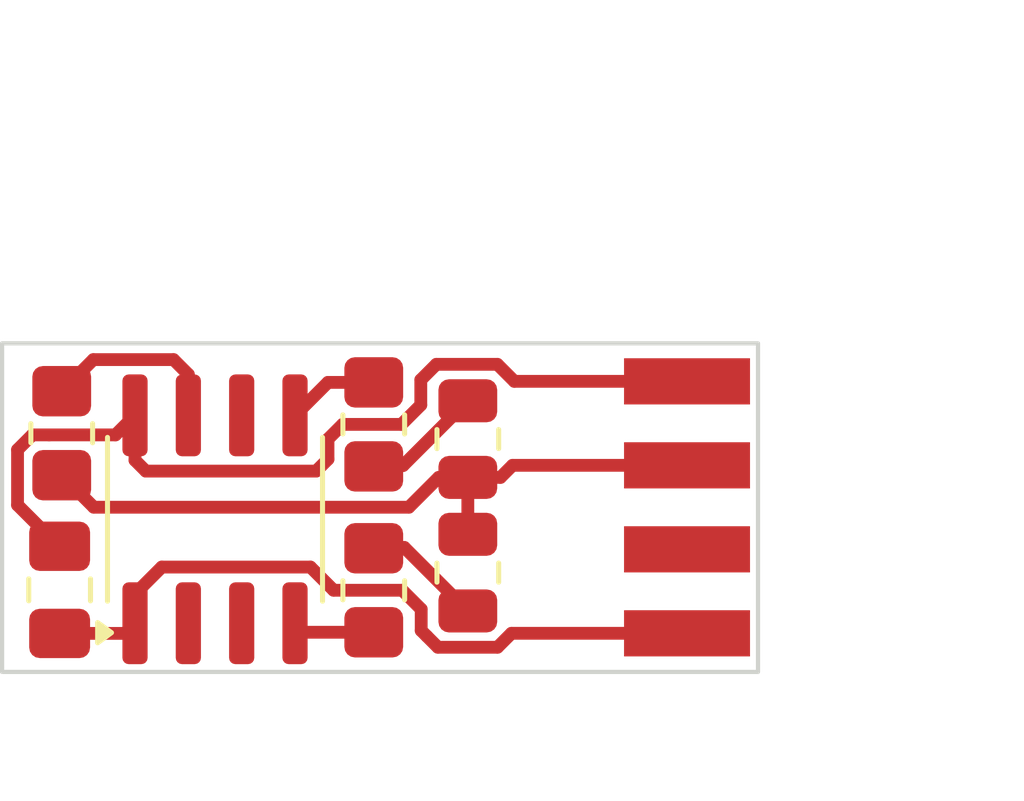
<source format=kicad_pcb>
(kicad_pcb (version 20240108) (generator "pcbnew") (generator_version "8.0")
  (layers (0 "F.Cu" signal) (31 "B.Cu" signal) (34 "B.Paste" user) (35 "F.Paste" user) (36 "B.SilkS" user "B.Silkscreen") (37 "F.SilkS" user "F.Silkscreen") (38 "B.Mask" user) (39 "F.Mask" user) (44 "Edge.Cuts" user))
  (net 0 "")
  (net 1 "GND")
  (net 2 "+2V8")
  (net 3 "Net-(R1-Pad1)")
  (net 4 "Net-(R3-Pad2)")
  (net 5 "Net-(U1-PA3)")
  (net 7 "Net-(J1-Pin_2)")
  (net 9 "Net-(U1-PA1)")
  (net 11 "Net-(U1-PA2)")
  (footprint "Sony:Connector_Sony_Remote" (layer "F.Cu") (at 121.09 73.875 -90)
    (property "Reference" "J1" (hide yes))
    (property "Value" "Conn_01x04" (hide yes))
    (pad "1" smd rect (at -2 -1.27 270) (size 1.1 3) (layers "F.Cu" "F.Mask") (net 1 "GND"))
    (pad "2" smd rect (at 0 -1.27 270) (size 1.1 3) (layers "F.Cu" "F.Mask") (net 7 "Net-(J1-Pin_2)"))
    (pad "3" smd rect (at 2 -1.27 270) (size 1.1 3) (layers "F.Cu" "F.Mask"))
    (pad "4" smd rect (at 4 -1.27 270) (size 1.1 3) (layers "F.Cu" "F.Mask") (net 2 "+2V8"))
  )
  (footprint "Resistor_SMD:R_0805_2012Metric" (layer "F.Cu") (at 117.14 76.43 90)
    (property "Reference" "R1" (hide yes))
    (property "Value" "3k3")
    (fp_line (start -0.227064 -0.735) (end 0.227064 -0.735) (stroke (width 0.12)) (layer "F.SilkS"))
    (fp_line (start -0.227064 0.735) (end 0.227064 0.735) (stroke (width 0.12)) (layer "F.SilkS"))
    (pad "1" smd roundrect (at -0.9125 0 90) (size 1.025 1.4) (layers "F.Cu" "F.Paste" "F.Mask") (roundrect_rratio 0.243902) (net 3 "Net-(R1-Pad1)"))
    (pad "2" smd roundrect (at 0.9125 0 90) (size 1.025 1.4) (layers "F.Cu" "F.Paste" "F.Mask") (roundrect_rratio 0.243902) (net 7 "Net-(J1-Pin_2)"))
  )
  (footprint "Package_SO:SOIC-8_3.9x4.9mm_P1.27mm" (layer "F.Cu") (at 111.12 75.16 90)
    (property "Reference" "U1" (hide yes))
    (property "Value" "ATtiny212-SS" (hide yes))
    (fp_line (start 0 -2.56) (end 1.95 -2.56) (stroke (width 0.12)) (layer "F.SilkS"))
    (fp_line (start 0 -2.56) (end -1.95 -2.56) (stroke (width 0.12)) (layer "F.SilkS"))
    (fp_line (start 0 2.56) (end 1.95 2.56) (stroke (width 0.12)) (layer "F.SilkS"))
    (fp_line (start 0 2.56) (end -1.95 2.56) (stroke (width 0.12)) (layer "F.SilkS"))
    (fp_poly (pts (xy -2.7 -2.465) (xy -2.94 -2.795) (xy -2.46 -2.795) (xy -2.7 -2.465)) (stroke (width 0.12)) (fill solid) (layer "F.SilkS"))
    (pad "1" smd roundrect (at -2.475 -1.905 90) (size 1.95 0.6) (layers "F.Cu" "F.Paste" "F.Mask") (net 2 "+2V8"))
    (pad "2" smd roundrect (at -2.475 -0.635 90) (size 1.95 0.6) (layers "F.Cu" "F.Paste" "F.Mask"))
    (pad "3" smd roundrect (at -2.475 0.635 90) (size 1.95 0.6) (layers "F.Cu" "F.Paste" "F.Mask"))
    (pad "4" smd roundrect (at -2.475 1.905 90) (size 1.95 0.6) (layers "F.Cu" "F.Paste" "F.Mask") (net 9 "Net-(U1-PA1)"))
    (pad "5" smd roundrect (at 2.475 1.905 90) (size 1.95 0.6) (layers "F.Cu" "F.Paste" "F.Mask") (net 11 "Net-(U1-PA2)"))
    (pad "6" smd roundrect (at 2.475 0.635 90) (size 1.95 0.6) (layers "F.Cu" "F.Paste" "F.Mask"))
    (pad "7" smd roundrect (at 2.475 -0.635 90) (size 1.95 0.6) (layers "F.Cu" "F.Paste" "F.Mask") (net 5 "Net-(U1-PA3)"))
    (pad "8" smd roundrect (at 2.475 -1.905 90) (size 1.95 0.6) (layers "F.Cu" "F.Paste" "F.Mask") (net 1 "GND"))
  )
  (footprint "Resistor_SMD:R_0805_2012Metric" (layer "F.Cu") (at 117.14 73.25 -90)
    (property "Reference" "R4" (hide yes))
    (property "Value" "4k7")
    (fp_line (start -0.227064 0.735) (end 0.227064 0.735) (stroke (width 0.12)) (layer "F.SilkS"))
    (fp_line (start -0.227064 -0.735) (end 0.227064 -0.735) (stroke (width 0.12)) (layer "F.SilkS"))
    (pad "1" smd roundrect (at -0.9125 0 270) (size 1.025 1.4) (layers "F.Cu" "F.Paste" "F.Mask") (roundrect_rratio 0.243902) (net 4 "Net-(R3-Pad2)"))
    (pad "2" smd roundrect (at 0.9125 0 270) (size 1.025 1.4) (layers "F.Cu" "F.Paste" "F.Mask") (roundrect_rratio 0.243902) (net 7 "Net-(J1-Pin_2)"))
  )
  (footprint "Resistor_SMD:R_0805_2012Metric_Pad1.20x1.40mm_HandSolder" (layer "F.Cu") (at 114.9 76.85 90)
    (property "Reference" "R5" (hide yes))
    (property "Value" "330")
    (fp_line (start -0.227064 -0.735) (end 0.227064 -0.735) (stroke (width 0.12)) (layer "F.SilkS"))
    (fp_line (start -0.227064 0.735) (end 0.227064 0.735) (stroke (width 0.12)) (layer "F.SilkS"))
    (pad "1" smd roundrect (at -1 0 90) (size 1.2 1.4) (layers "F.Cu" "F.Paste" "F.Mask") (roundrect_rratio 0.208333) (net 9 "Net-(U1-PA1)"))
    (pad "2" smd roundrect (at 1 0 90) (size 1.2 1.4) (layers "F.Cu" "F.Paste" "F.Mask") (roundrect_rratio 0.208333) (net 3 "Net-(R1-Pad1)"))
  )
  (footprint "Capacitor_SMD:C_0805_2012Metric_Pad1.18x1.45mm_HandSolder" (layer "F.Cu") (at 107.42 76.84 -90)
    (property "Reference" "C1" (hide yes))
    (property "Value" "1uF")
    (fp_line (start -0.261252 0.735) (end 0.261252 0.735) (stroke (width 0.12)) (layer "F.SilkS"))
    (fp_line (start -0.261252 -0.735) (end 0.261252 -0.735) (stroke (width 0.12)) (layer "F.SilkS"))
    (pad "1" smd roundrect (at -1.0375 0 270) (size 1.175 1.45) (layers "F.Cu" "F.Paste" "F.Mask") (roundrect_rratio 0.212766) (net 1 "GND"))
    (pad "2" smd roundrect (at 1.0375 0 270) (size 1.175 1.45) (layers "F.Cu" "F.Paste" "F.Mask") (roundrect_rratio 0.212766) (net 2 "+2V8"))
  )
  (footprint "Resistor_SMD:R_0805_2012Metric_Pad1.20x1.40mm_HandSolder" (layer "F.Cu") (at 114.9 72.9 -90)
    (property "Reference" "R3" (hide yes))
    (property "Value" "470")
    (fp_line (start -0.227064 0.735) (end 0.227064 0.735) (stroke (width 0.12)) (layer "F.SilkS"))
    (fp_line (start -0.227064 -0.735) (end 0.227064 -0.735) (stroke (width 0.12)) (layer "F.SilkS"))
    (pad "1" smd roundrect (at -1 0 270) (size 1.2 1.4) (layers "F.Cu" "F.Paste" "F.Mask") (roundrect_rratio 0.208333) (net 11 "Net-(U1-PA2)"))
    (pad "2" smd roundrect (at 1 0 270) (size 1.2 1.4) (layers "F.Cu" "F.Paste" "F.Mask") (roundrect_rratio 0.208333) (net 4 "Net-(R3-Pad2)"))
  )
  (footprint "Resistor_SMD:R_0805_2012Metric_Pad1.20x1.40mm_HandSolder" (layer "F.Cu") (at 107.47 73.11 -90)
    (property "Reference" "R2" (hide yes))
    (property "Value" "1k")
    (fp_line (start -0.227064 0.735) (end 0.227064 0.735) (stroke (width 0.12)) (layer "F.SilkS"))
    (fp_line (start -0.227064 -0.735) (end 0.227064 -0.735) (stroke (width 0.12)) (layer "F.SilkS"))
    (pad "1" smd roundrect (at -1 0 270) (size 1.2 1.4) (layers "F.Cu" "F.Paste" "F.Mask") (roundrect_rratio 0.208333) (net 5 "Net-(U1-PA3)"))
    (pad "2" smd roundrect (at 1 0 270) (size 1.2 1.4) (layers "F.Cu" "F.Paste" "F.Mask") (roundrect_rratio 0.208333) (net 7 "Net-(J1-Pin_2)"))
  )
  (gr_rect (start 106.05 70.97) (end 124.05 78.795) (stroke (width 0.1)) (fill none) (layer "Edge.Cuts"))
  (segment (start 106.4176 74.8201) (end 107.42 75.8225) (width 0.3048) (layer "F.Cu") (net 1))
  (segment (start 109.215 73.754999) (end 109.472401 74.0124) (width 0.3048) (layer "F.Cu") (net 1))
  (segment (start 115.55885 72.9) (end 116.02 72.43885) (width 0.3048) (layer "F.Cu") (net 1))
  (segment (start 106.77115 73.15) (end 106.4176 73.50355) (width 0.3048) (layer "F.Cu") (net 1))
  (segment (start 116.02 72.43885) (end 116.02 71.84) (width 0.3048) (layer "F.Cu") (net 1))
  (segment (start 108.75 73.15) (end 109.215 72.685) (width 0.3048) (layer "F.Cu") (net 1))
  (segment (start 107.17 73.15) (end 108.75 73.15) (width 0.3048) (layer "F.Cu") (net 1))
  (segment (start 109.472401 74.0124) (end 113.5276 74.0124) (width 0.3048) (layer "F.Cu") (net 1))
  (segment (start 113.5276 74.0124) (end 113.81 73.73) (width 0.3048) (layer "F.Cu") (net 1))
  (segment (start 109.215 72.685) (end 109.215 73.754999) (width 0.3048) (layer "F.Cu") (net 1))
  (segment (start 116.02 71.84) (end 116.39 71.47) (width 0.3048) (layer "F.Cu") (net 1))
  (segment (start 118.24885 71.875) (end 122.36 71.875) (width 0.3048) (layer "F.Cu") (net 1))
  (segment (start 113.81 73.25) (end 114.16 72.9) (width 0.3048) (layer "F.Cu") (net 1))
  (segment (start 113.81 73.73) (end 113.81 73.25) (width 0.3048) (layer "F.Cu") (net 1))
  (segment (start 106.4176 73.50355) (end 106.4176 74.8201) (width 0.3048) (layer "F.Cu") (net 1))
  (segment (start 116.39 71.47) (end 117.84385 71.47) (width 0.3048) (layer "F.Cu") (net 1))
  (segment (start 114.16 72.9) (end 115.55885 72.9) (width 0.3048) (layer "F.Cu") (net 1))
  (segment (start 107.17 73.15) (end 106.77115 73.15) (width 0.3048) (layer "F.Cu") (net 1))
  (segment (start 117.84385 71.47) (end 118.24885 71.875) (width 0.3048) (layer "F.Cu") (net 1))
  (segment (start 109.12 76.955) (end 109.12 77.525) (width 0.3048) (layer "F.Cu") (net 2))
  (segment (start 109.8524 76.2976) (end 113.392258 76.2976) (width 0.3048) (layer "F.Cu") (net 2))
  (segment (start 108.9725 77.8775) (end 109.215 77.635) (width 0.3048) (layer "F.Cu") (net 2))
  (segment (start 109.215 76.935) (end 109.8524 76.2976) (width 0.3048) (layer "F.Cu") (net 2))
  (segment (start 115.57885 76.85) (end 116.03 77.30115) (width 0.3048) (layer "F.Cu") (net 2))
  (segment (start 109.215 77.635) (end 109.215 76.935) (width 0.3048) (layer "F.Cu") (net 2))
  (segment (start 116.03 77.81) (end 116.165 77.945) (width 0.3048) (layer "F.Cu") (net 2))
  (segment (start 113.392258 76.2976) (end 113.944658 76.85) (width 0.3048) (layer "F.Cu") (net 2))
  (segment (start 113.944658 76.85) (end 115.57885 76.85) (width 0.3048) (layer "F.Cu") (net 2))
  (segment (start 116.03 77.30115) (end 116.03 77.81) (width 0.3048) (layer "F.Cu") (net 2))
  (segment (start 107.42 77.8775) (end 108.9725 77.8775) (width 0.3048) (layer "F.Cu") (net 2))
  (segment (start 116.165 77.945) (end 116.4274 78.2074) (width 0.3048) (layer "F.Cu") (net 2))
  (segment (start 118.17885 77.875) (end 122.36 77.875) (width 0.3048) (layer "F.Cu") (net 2))
  (segment (start 117.84645 78.2074) (end 118.17885 77.875) (width 0.3048) (layer "F.Cu") (net 2))
  (segment (start 116.4274 78.2074) (end 117.84645 78.2074) (width 0.3048) (layer "F.Cu") (net 2))
  (segment (start 114.9 75.83) (end 115.6275 75.83) (width 0.3048) (layer "F.Cu") (net 3))
  (segment (start 115.6275 75.83) (end 117.14 77.3425) (width 0.3048) (layer "F.Cu") (net 3))
  (segment (start 114.9 73.88) (end 115.5975 73.88) (width 0.3048) (layer "F.Cu") (net 4))
  (segment (start 115.5975 73.88) (end 117.14 72.3375) (width 0.3048) (layer "F.Cu") (net 4))
  (segment (start 110.485 72.685) (end 110.485 71.710001) (width 0.3048) (layer "F.Cu") (net 5))
  (segment (start 108.2224 71.3576) (end 107.47 72.11) (width 0.3048) (layer "F.Cu") (net 5))
  (segment (start 110.485 71.710001) (end 110.132599 71.3576) (width 0.3048) (layer "F.Cu") (net 5))
  (segment (start 110.132599 71.3576) (end 108.2224 71.3576) (width 0.3048) (layer "F.Cu") (net 5))
  (segment (start 116.44635 74.1625) (end 117.14 74.1625) (width 0.3048) (layer "F.Cu") (net 7))
  (segment (start 117.14 74.1625) (end 117.9175 74.1625) (width 0.3048) (layer "F.Cu") (net 7))
  (segment (start 117.14 75.5175) (end 117.14 74.1625) (width 0.3048) (layer "F.Cu") (net 7))
  (segment (start 107.47 74.11) (end 108.2326 74.8726) (width 0.3048) (layer "F.Cu") (net 7))
  (segment (start 115.73625 74.8726) (end 116.44635 74.1625) (width 0.3048) (layer "F.Cu") (net 7))
  (segment (start 108.2326 74.8726) (end 115.73625 74.8726) (width 0.3048) (layer "F.Cu") (net 7))
  (segment (start 118.205 73.875) (end 122.36 73.875) (width 0.3048) (layer "F.Cu") (net 7))
  (segment (start 117.9175 74.1625) (end 118.205 73.875) (width 0.3048) (layer "F.Cu") (net 7))
  (segment (start 113.24 77.85) (end 113.025 77.635) (width 0.3048) (layer "F.Cu") (net 9))
  (segment (start 114.925 77.85) (end 113.24 77.85) (width 0.3048) (layer "F.Cu") (net 9))
  (segment (start 113.025 72.685) (end 113.81 71.9) (width 0.3048) (layer "F.Cu") (net 11))
  (segment (start 113.81 71.9) (end 114.925 71.9) (width 0.3048) (layer "F.Cu") (net 11))
)
</source>
